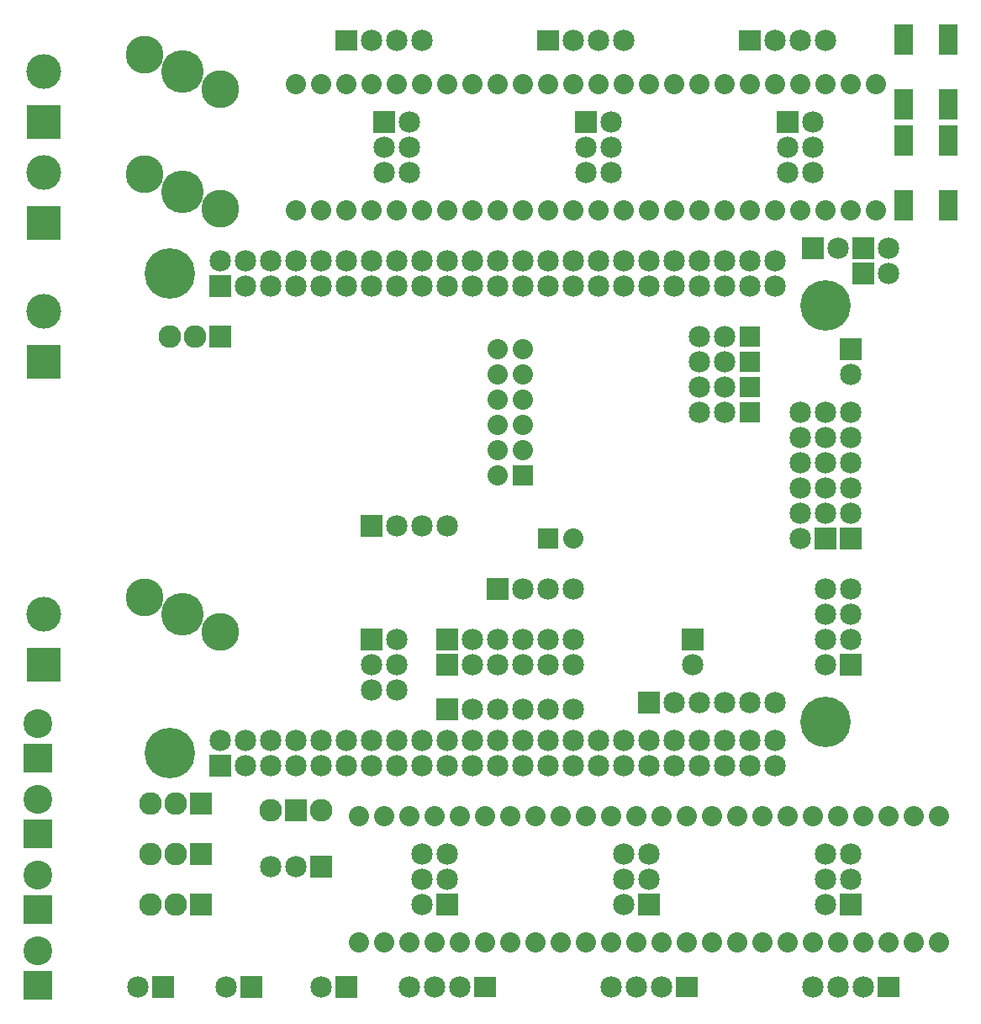
<source format=gbs>
G04 (created by PCBNEW (2013-07-07 BZR 4022)-stable) date 2/10/2014 10:10:31 AM*
%MOIN*%
G04 Gerber Fmt 3.4, Leading zero omitted, Abs format*
%FSLAX34Y34*%
G01*
G70*
G90*
G04 APERTURE LIST*
%ADD10C,0.00590551*%
%ADD11C,0.2*%
%ADD12R,0.085X0.085*%
%ADD13C,0.085*%
%ADD14C,0.08*%
%ADD15R,0.08X0.08*%
%ADD16C,0.09*%
%ADD17R,0.09X0.09*%
%ADD18R,0.1381X0.1381*%
%ADD19C,0.1381*%
%ADD20R,0.085X0.08*%
%ADD21R,0.075X0.1184*%
%ADD22C,0.15*%
%ADD23C,0.169*%
%ADD24C,0.114488*%
%ADD25R,0.114488X0.114488*%
G04 APERTURE END LIST*
G54D10*
G54D11*
X32400Y11750D03*
X6400Y10500D03*
X6400Y29500D03*
X32400Y28250D03*
G54D12*
X8400Y10000D03*
G54D13*
X8400Y11000D03*
X9400Y10000D03*
X9400Y11000D03*
X10400Y10000D03*
X10400Y11000D03*
X11400Y10000D03*
X11400Y11000D03*
X12400Y10000D03*
X12400Y11000D03*
X13400Y10000D03*
X13400Y11000D03*
X14400Y10000D03*
X14400Y11000D03*
X15400Y10000D03*
X15400Y11000D03*
X16400Y10000D03*
X16400Y11000D03*
X17400Y10000D03*
X17400Y11000D03*
X18400Y10000D03*
X18400Y11000D03*
X19400Y10000D03*
X19400Y11000D03*
X20400Y10000D03*
X20400Y11000D03*
X21400Y10000D03*
X21400Y11000D03*
X22400Y10000D03*
X22400Y11000D03*
X23400Y10000D03*
X23400Y11000D03*
X24400Y10000D03*
X24400Y11000D03*
X25400Y10000D03*
X25400Y11000D03*
X26400Y10000D03*
X26400Y11000D03*
X27400Y10000D03*
X27400Y11000D03*
X28400Y10000D03*
X28400Y11000D03*
X29400Y10000D03*
X29400Y11000D03*
X30400Y10000D03*
X30400Y11000D03*
G54D12*
X8400Y29000D03*
G54D13*
X8400Y30000D03*
X9400Y29000D03*
X9400Y30000D03*
X10400Y29000D03*
X10400Y30000D03*
X11400Y29000D03*
X11400Y30000D03*
X12400Y29000D03*
X12400Y30000D03*
X13400Y29000D03*
X13400Y30000D03*
X14400Y29000D03*
X14400Y30000D03*
X15400Y29000D03*
X15400Y30000D03*
X16400Y29000D03*
X16400Y30000D03*
X17400Y29000D03*
X17400Y30000D03*
X18400Y29000D03*
X18400Y30000D03*
X19400Y29000D03*
X19400Y30000D03*
X20400Y29000D03*
X20400Y30000D03*
X21400Y29000D03*
X21400Y30000D03*
X22400Y29000D03*
X22400Y30000D03*
X23400Y29000D03*
X23400Y30000D03*
X24400Y29000D03*
X24400Y30000D03*
X25400Y29000D03*
X25400Y30000D03*
X26400Y29000D03*
X26400Y30000D03*
X27400Y29000D03*
X27400Y30000D03*
X28400Y29000D03*
X28400Y30000D03*
X29400Y29000D03*
X29400Y30000D03*
X30400Y29000D03*
X30400Y30000D03*
G54D14*
X11400Y32000D03*
X12400Y32000D03*
X13400Y32000D03*
X14400Y32000D03*
X15400Y32000D03*
X16400Y32000D03*
X17400Y32000D03*
X18400Y32000D03*
X18400Y37000D03*
X17400Y37000D03*
X16400Y37000D03*
X15400Y37000D03*
X14400Y37000D03*
X13400Y37000D03*
X12400Y37000D03*
X11400Y37000D03*
X19400Y32000D03*
X20400Y32000D03*
X21400Y32000D03*
X22400Y32000D03*
X23400Y32000D03*
X24400Y32000D03*
X25400Y32000D03*
X26400Y32000D03*
X26400Y37000D03*
X25400Y37000D03*
X24400Y37000D03*
X23400Y37000D03*
X22400Y37000D03*
X21400Y37000D03*
X20400Y37000D03*
X19400Y37000D03*
X27400Y32000D03*
X28400Y32000D03*
X29400Y32000D03*
X30400Y32000D03*
X31400Y32000D03*
X32400Y32000D03*
X33400Y32000D03*
X34400Y32000D03*
X34400Y37000D03*
X33400Y37000D03*
X32400Y37000D03*
X31400Y37000D03*
X30400Y37000D03*
X29400Y37000D03*
X28400Y37000D03*
X27400Y37000D03*
X20900Y8000D03*
X19900Y8000D03*
X18900Y8000D03*
X17900Y8000D03*
X16900Y8000D03*
X15900Y8000D03*
X14900Y8000D03*
X13900Y8000D03*
X13900Y3000D03*
X14900Y3000D03*
X15900Y3000D03*
X16900Y3000D03*
X17900Y3000D03*
X18900Y3000D03*
X19900Y3000D03*
X20900Y3000D03*
X28900Y8000D03*
X27900Y8000D03*
X26900Y8000D03*
X25900Y8000D03*
X24900Y8000D03*
X23900Y8000D03*
X22900Y8000D03*
X21900Y8000D03*
X21900Y3000D03*
X22900Y3000D03*
X23900Y3000D03*
X24900Y3000D03*
X25900Y3000D03*
X26900Y3000D03*
X27900Y3000D03*
X28900Y3000D03*
G54D12*
X14400Y19500D03*
G54D13*
X15400Y19500D03*
X16400Y19500D03*
X17400Y19500D03*
G54D12*
X14900Y35500D03*
G54D13*
X15900Y35500D03*
X14900Y34500D03*
X15900Y34500D03*
X14900Y33500D03*
X15900Y33500D03*
G54D12*
X17400Y4500D03*
G54D13*
X16400Y4500D03*
X17400Y5500D03*
X16400Y5500D03*
X17400Y6500D03*
X16400Y6500D03*
G54D12*
X33400Y4500D03*
G54D13*
X32400Y4500D03*
X33400Y5500D03*
X32400Y5500D03*
X33400Y6500D03*
X32400Y6500D03*
G54D12*
X30900Y35500D03*
G54D13*
X31900Y35500D03*
X30900Y34500D03*
X31900Y34500D03*
X30900Y33500D03*
X31900Y33500D03*
G54D12*
X22900Y35500D03*
G54D13*
X23900Y35500D03*
X22900Y34500D03*
X23900Y34500D03*
X22900Y33500D03*
X23900Y33500D03*
G54D15*
X29400Y25000D03*
G54D13*
X28400Y25000D03*
X27400Y25000D03*
G54D15*
X29400Y24000D03*
G54D13*
X28400Y24000D03*
X27400Y24000D03*
G54D15*
X29400Y26000D03*
G54D13*
X28400Y26000D03*
X27400Y26000D03*
G54D15*
X29400Y27000D03*
G54D13*
X28400Y27000D03*
X27400Y27000D03*
G54D16*
X7400Y27000D03*
X6400Y27000D03*
G54D17*
X8400Y27000D03*
G54D16*
X6650Y6500D03*
X5650Y6500D03*
G54D17*
X7650Y6500D03*
G54D16*
X6650Y4500D03*
X5650Y4500D03*
G54D17*
X7650Y4500D03*
G54D16*
X6650Y8500D03*
X5650Y8500D03*
G54D17*
X7650Y8500D03*
G54D18*
X1400Y35500D03*
G54D19*
X1400Y37500D03*
G54D20*
X13400Y38750D03*
G54D13*
X14400Y38750D03*
X15400Y38750D03*
X16400Y38750D03*
G54D20*
X21400Y38750D03*
G54D13*
X22400Y38750D03*
X23400Y38750D03*
X24400Y38750D03*
G54D20*
X29400Y38750D03*
G54D13*
X30400Y38750D03*
X31400Y38750D03*
X32400Y38750D03*
G54D20*
X18900Y1250D03*
G54D13*
X17900Y1250D03*
X16900Y1250D03*
X15900Y1250D03*
G54D12*
X33400Y14000D03*
G54D13*
X32400Y14000D03*
X33400Y15000D03*
X32400Y15000D03*
X33400Y16000D03*
X32400Y16000D03*
X33400Y17000D03*
X32400Y17000D03*
G54D18*
X1400Y26000D03*
G54D19*
X1400Y28000D03*
G54D18*
X1400Y14000D03*
G54D19*
X1400Y16000D03*
G54D21*
X35514Y34779D03*
X37286Y34779D03*
X35514Y32220D03*
X37286Y32220D03*
G54D20*
X26900Y1250D03*
G54D13*
X25900Y1250D03*
X24900Y1250D03*
X23900Y1250D03*
G54D20*
X34900Y1250D03*
G54D13*
X33900Y1250D03*
X32900Y1250D03*
X31900Y1250D03*
G54D14*
X36900Y8000D03*
X35900Y8000D03*
X34900Y8000D03*
X33900Y8000D03*
X32900Y8000D03*
X31900Y8000D03*
X30900Y8000D03*
X29900Y8000D03*
X29900Y3000D03*
X30900Y3000D03*
X31900Y3000D03*
X32900Y3000D03*
X33900Y3000D03*
X34900Y3000D03*
X35900Y3000D03*
X36900Y3000D03*
G54D12*
X25400Y4500D03*
G54D13*
X24400Y4500D03*
X25400Y5500D03*
X24400Y5500D03*
X25400Y6500D03*
X24400Y6500D03*
G54D12*
X17400Y15000D03*
G54D13*
X18400Y15000D03*
X19400Y15000D03*
X20400Y15000D03*
X21400Y15000D03*
X22400Y15000D03*
G54D12*
X19400Y17000D03*
G54D13*
X20400Y17000D03*
X21400Y17000D03*
X22400Y17000D03*
G54D12*
X12400Y6000D03*
G54D13*
X11400Y6000D03*
X10400Y6000D03*
G54D16*
X10400Y8250D03*
G54D17*
X11400Y8250D03*
G54D16*
X12400Y8250D03*
G54D12*
X17400Y14000D03*
G54D13*
X18400Y14000D03*
X19400Y14000D03*
X20400Y14000D03*
X21400Y14000D03*
X22400Y14000D03*
G54D12*
X13400Y1250D03*
G54D13*
X12400Y1250D03*
G54D22*
X5400Y16680D03*
X8400Y15320D03*
G54D23*
X6900Y16000D03*
G54D22*
X5400Y38180D03*
X8400Y36820D03*
G54D23*
X6900Y37500D03*
G54D22*
X5400Y33430D03*
X8400Y32070D03*
G54D23*
X6900Y32750D03*
G54D12*
X9650Y1250D03*
G54D13*
X8650Y1250D03*
G54D12*
X6150Y1250D03*
G54D13*
X5150Y1250D03*
G54D15*
X20400Y21500D03*
G54D14*
X19400Y21500D03*
X20400Y22500D03*
X19400Y22500D03*
X20400Y23500D03*
X19400Y23500D03*
X20400Y24500D03*
X19400Y24500D03*
X20400Y25500D03*
X19400Y25500D03*
X20400Y26500D03*
X19400Y26500D03*
G54D12*
X33900Y29500D03*
G54D13*
X34900Y29500D03*
G54D24*
X1175Y2688D03*
G54D25*
X1175Y1311D03*
G54D24*
X1175Y5688D03*
G54D25*
X1175Y4311D03*
G54D24*
X1175Y8688D03*
G54D25*
X1175Y7311D03*
G54D15*
X21400Y19000D03*
G54D14*
X22400Y19000D03*
G54D18*
X1400Y31500D03*
G54D19*
X1400Y33500D03*
G54D12*
X27150Y15000D03*
G54D13*
X27150Y14000D03*
G54D12*
X33400Y26500D03*
G54D13*
X33400Y25500D03*
G54D12*
X33400Y19000D03*
G54D13*
X33400Y20000D03*
X33400Y21000D03*
X33400Y22000D03*
X33400Y23000D03*
X33400Y24000D03*
G54D12*
X32400Y19000D03*
G54D13*
X31400Y19000D03*
X32400Y20000D03*
X31400Y20000D03*
X32400Y21000D03*
X31400Y21000D03*
X32400Y22000D03*
X31400Y22000D03*
X32400Y23000D03*
X31400Y23000D03*
X32400Y24000D03*
X31400Y24000D03*
G54D21*
X35514Y38779D03*
X37286Y38779D03*
X35514Y36220D03*
X37286Y36220D03*
G54D12*
X33900Y30500D03*
G54D13*
X34900Y30500D03*
G54D12*
X14400Y15000D03*
G54D13*
X15400Y15000D03*
X14400Y14000D03*
X15400Y14000D03*
X14400Y13000D03*
X15400Y13000D03*
G54D12*
X17400Y12250D03*
G54D13*
X18400Y12250D03*
X19400Y12250D03*
X20400Y12250D03*
X21400Y12250D03*
X22400Y12250D03*
G54D12*
X25400Y12500D03*
G54D13*
X26400Y12500D03*
X27400Y12500D03*
X28400Y12500D03*
X29400Y12500D03*
X30400Y12500D03*
G54D12*
X31900Y30500D03*
G54D13*
X32900Y30500D03*
G54D24*
X1175Y11688D03*
G54D25*
X1175Y10311D03*
M02*

</source>
